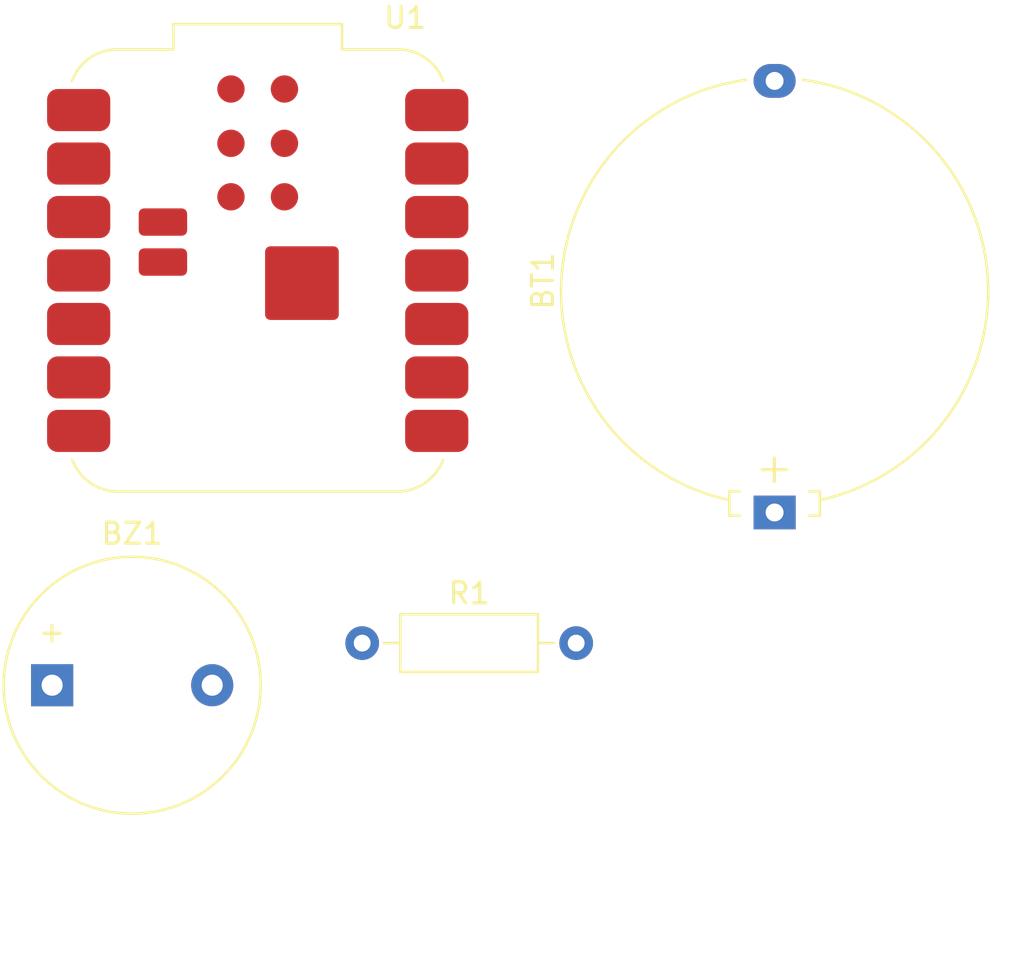
<source format=kicad_pcb>
(kicad_pcb (version 20241229) (generator "pcbnew") (generator_version "9.0")
  (layers (0 "F.Cu" signal) (2 "B.Cu" signal) (13 "F.Paste" user) (15 "B.Paste" user) (5 "F.SilkS" user "F.Silkscreen") (7 "B.SilkS" user "B.Silkscreen") (1 "F.Mask" user) (3 "B.Mask" user) (25 "Edge.Cuts" user))
  (net 0 "")
  (net 1 "GND")
  (net 2 "Net-(BT1-+)")
  (net 3 "Net-(BZ1--)")
  (net 4 "Net-(BZ1-+)")
  (footprint "Resistor_THT:R_Axial_DIN0207_L6.3mm_D2.5mm_P10.16mm_Horizontal" (layer "F.Cu") (at 140.42 126.5)
    (property "Reference" "R1" (at 5.08 -2.37 0) (layer "F.SilkS"))
    (property "Value" "33 Ohm")
    (fp_line (start 1.04 0) (end 1.81 0) (stroke (width 0.12)) (layer "F.SilkS"))
    (fp_line (start 9.12 0) (end 8.35 0) (stroke (width 0.12)) (layer "F.SilkS"))
    (fp_rect (start 1.81 -1.37) (end 8.35 1.37) (stroke (width 0.12)) (fill no) (layer "F.SilkS"))
    (pad "1" thru_hole circle (at 0 0) (size 1.6 1.6) (drill 0.8) (layers "*.Cu" "*.Mask") (net 3 "Net-(BZ1--)"))
    (pad "2" thru_hole circle (at 10.16 0) (size 1.6 1.6) (drill 0.8) (layers "*.Cu" "*.Mask") (net 1 "GND"))
  )
  (footprint "Battery:Battery_Panasonic_CR2032-HFN_Horizontal_CircularHoles" (layer "F.Cu") (at 159.999878 120.295 90)
    (property "Reference" "BT1" (at 11 -11 90) (layer "F.SilkS"))
    (property "Value" "Battery_Cell")
    (fp_line (start 1 -2.15) (end 1 -1.65) (stroke (width 0.12)) (layer "F.SilkS"))
    (fp_line (start -0.15 -2.15) (end 1 -2.15) (stroke (width 0.12)) (layer "F.SilkS"))
    (fp_line (start -0.15 -2.15) (end -0.15 -1.65) (stroke (width 0.12)) (layer "F.SilkS"))
    (fp_line (start 1 2.15) (end 1 1.65) (stroke (width 0.12)) (layer "F.SilkS"))
    (fp_line (start -0.15 2.15) (end -0.15 1.65) (stroke (width 0.12)) (layer "F.SilkS"))
    (fp_line (start -0.15 2.15) (end 1 2.15) (stroke (width 0.12)) (layer "F.SilkS"))
    (fp_arc (start 0.59 -2.15) (mid 10.91 -10.13) (end 20.55 -1.35) (stroke (width 0.12)) (layer "F.SilkS"))
    (fp_arc (start 20.55 1.35) (mid 10.91 10.13) (end 0.59 2.15) (stroke (width 0.12)) (layer "F.SilkS"))
    (fp_text user "+" (at 2.032 -0.127 90) (layer "F.SilkS") (effects (font (size 1.5 1.5))))
    (pad "1" thru_hole rect (at 0 0 90) (size 1.6 2) (drill 0.85) (layers "*.Cu" "*.Mask") (net 2 "Net-(BT1-+)"))
    (pad "2" thru_hole oval (at 20.5 0 90) (size 1.6 2) (drill 0.85) (layers "*.Cu" "*.Mask") (net 1 "GND"))
  )
  (footprint "RF_Module:MCU_Seeed_ESP32C3" (layer "F.Cu") (at 135.46 108.8)
    (property "Reference" "U1" (at 7 -12 0) (layer "F.SilkS"))
    (property "Value" "SeeeduinoXIAO")
    (fp_line (start -6.7 10.5) (end 6.7 10.5) (stroke (width 0.12)) (layer "F.SilkS"))
    (fp_line (start -4 -11.7) (end 4 -11.7) (stroke (width 0.12)) (layer "F.SilkS"))
    (fp_line (start -4 -10.5) (end -6.6 -10.5) (stroke (width 0.12)) (layer "F.SilkS"))
    (fp_line (start -4 -10.5) (end -4 -11.7) (stroke (width 0.12)) (layer "F.SilkS"))
    (fp_line (start 4 -11.7) (end 4 -10.5) (stroke (width 0.12)) (layer "F.SilkS"))
    (fp_line (start 6.6 -10.5) (end 4 -10.5) (stroke (width 0.12)) (layer "F.SilkS"))
    (fp_arc (start -8.812892 -9.00468) (mid -7.949609 -10.111769) (end -6.600468 -10.499999) (stroke (width 0.12)) (layer "F.SilkS"))
    (fp_arc (start -6.7 10.5) (mid -7.977232 10.068125) (end -8.8 9) (stroke (width 0.12)) (layer "F.SilkS"))
    (fp_arc (start 6.6 -10.499999) (mid 7.944325 -10.107116) (end 8.804034 -9.001464) (stroke (width 0.12)) (layer "F.SilkS"))
    (fp_arc (start 8.8 9) (mid 7.977232 10.068125) (end 6.7 10.5) (stroke (width 0.12)) (layer "F.SilkS"))
    (pad "1" smd roundrect (at -8.5 -7.62) (size 3 2) (layers "F.Cu" "F.Mask" "F.Paste"))
    (pad "2" smd roundrect (at -8.5 -5.08) (size 3 2) (layers "F.Cu" "F.Mask" "F.Paste"))
    (pad "3" smd roundrect (at -8.5 -2.54) (size 3 2) (layers "F.Cu" "F.Mask" "F.Paste"))
    (pad "4" smd roundrect (at -8.5 0) (size 3 2) (layers "F.Cu" "F.Mask" "F.Paste"))
    (pad "5" smd roundrect (at -8.5 2.54) (size 3 2) (layers "F.Cu" "F.Mask" "F.Paste") (net 4 "Net-(BZ1-+)"))
    (pad "6" smd roundrect (at -8.5 5.08) (size 3 2) (layers "F.Cu" "F.Mask" "F.Paste"))
    (pad "7" smd roundrect (at -8.5 7.62) (size 3 2) (layers "F.Cu" "F.Mask" "F.Paste"))
    (pad "8" smd roundrect (at 8.5 7.62) (size 3 2) (layers "F.Cu" "F.Mask" "F.Paste"))
    (pad "9" smd roundrect (at 8.5 5.08) (size 3 2) (layers "F.Cu" "F.Mask" "F.Paste"))
    (pad "10" smd roundrect (at 8.5 2.54) (size 3 2) (layers "F.Cu" "F.Mask" "F.Paste"))
    (pad "11" smd roundrect (at 8.5 0) (size 3 2) (layers "F.Cu" "F.Mask" "F.Paste"))
    (pad "12" smd roundrect (at 8.5 -2.54) (size 3 2) (layers "F.Cu" "F.Mask" "F.Paste") (net 2 "Net-(BT1-+)"))
    (pad "13" smd roundrect (at 8.5 -5.08) (size 3 2) (layers "F.Cu" "F.Mask" "F.Paste") (net 1 "GND"))
    (pad "14" smd roundrect (at 8.5 -7.62) (size 3 2) (layers "F.Cu" "F.Mask" "F.Paste"))
    (pad "15" smd roundrect (at 2.1 0.6) (size 3.5 3.5) (property pad_prop_heatsink) (layers "F.Cu" "F.Mask") (roundrect_rratio 0.07142857143))
    (pad "16" smd roundrect (at -4.5 -0.4) (size 2.3 1.3) (layers "F.Cu" "F.Mask" "F.Paste") (roundrect_rratio 0.1923076923))
    (pad "17" smd roundrect (at -4.5 -2.3) (size 2.3 1.3) (layers "F.Cu" "F.Mask" "F.Paste") (roundrect_rratio 0.1923076923))
    (pad "18" smd circle (at -1.27 -8.62) (size 1.3 1.3) (layers "F.Cu" "F.Mask" "F.Paste"))
    (pad "19" smd circle (at -1.27 -6.04) (size 1.3 1.3) (layers "F.Cu" "F.Mask" "F.Paste"))
    (pad "20" smd circle (at -1.27 -3.5) (size 1.3 1.3) (layers "F.Cu" "F.Mask" "F.Paste"))
    (pad "21" smd circle (at 1.27 -3.5) (size 1.3 1.3) (layers "F.Cu" "F.Mask" "F.Paste"))
    (pad "22" smd circle (at 1.27 -6.04) (size 1.3 1.3) (layers "F.Cu" "F.Mask" "F.Paste"))
    (pad "23" smd circle (at 1.27 -8.62) (size 1.3 1.3) (layers "F.Cu" "F.Mask" "F.Paste"))
  )
  (footprint "Buzzer_Beeper:Buzzer_12x9.5RM7.6" (layer "F.Cu") (at 125.7 128.5)
    (property "Reference" "BZ1" (at 3.8 -7.2 0) (layer "F.SilkS"))
    (property "Value" "Buzzer")
    (fp_circle (center 3.8 0) (end 9.9 0) (stroke (width 0.12)) (fill no) (layer "F.SilkS"))
    (fp_text user "+" (at -0.01 -2.54 0) (layer "F.SilkS"))
    (pad "1" thru_hole rect (at 0 0) (size 2 2) (drill 1) (layers "*.Cu" "*.Mask") (net 4 "Net-(BZ1-+)"))
    (pad "2" thru_hole circle (at 7.6 0) (size 2 2) (drill 1) (layers "*.Cu" "*.Mask") (net 3 "Net-(BZ1--)"))
  )
)
</source>
